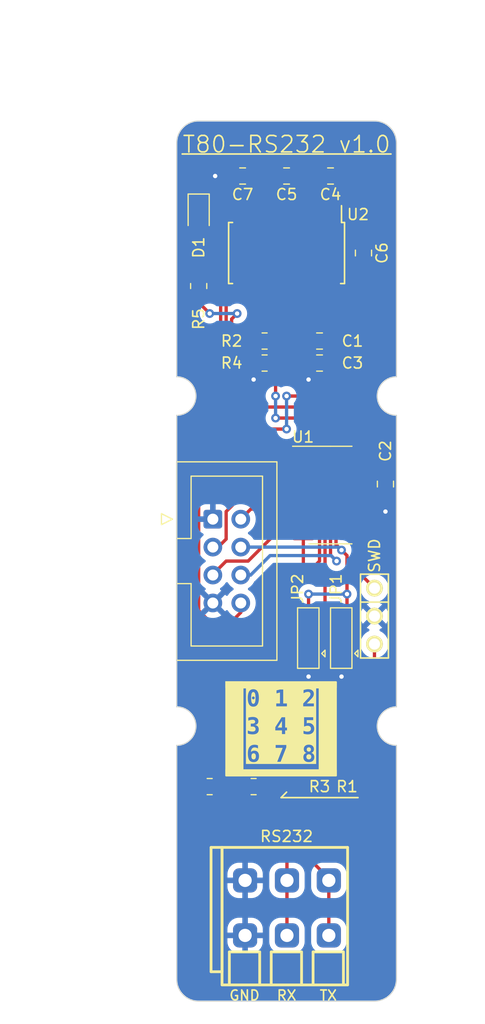
<source format=kicad_pcb>
(kicad_pcb (version 20220914) (generator pcbnew)
  (layers (0 "F.Cu" signal) (31 "B.Cu" signal) (34 "B.Paste" user) (35 "F.Paste" user) (36 "B.SilkS" user "B.Silkscreen") (37 "F.SilkS" user "F.Silkscreen") (38 "B.Mask" user) (39 "F.Mask" user) (44 "Edge.Cuts" user))
  (net 0 "")
  (net 1 "/SCL")
  (net 2 "/SDA")
  (net 3 "/RST")
  (net 4 "/IRQ")
  (net 5 "Net-(D1-A)")
  (net 6 "Net-(U2-T1OUT)")
  (net 7 "+5V")
  (net 8 "+3V3")
  (net 9 "GND")
  (net 10 "Net-(U2-C1+)")
  (net 11 "Net-(U2-C1-)")
  (net 12 "Net-(U2-C2+)")
  (net 13 "Net-(U2-C2-)")
  (net 14 "Net-(U2-VS+)")
  (net 15 "Net-(U2-VS-)")
  (net 16 "/RX_RS232")
  (net 17 "/TX_RS232")
  (net 18 "/RX_3V")
  (net 19 "Net-(U2-R1OUT)")
  (net 20 "Net-(U2-R1IN)")
  (net 21 "/LED")
  (net 22 "/SWCLK")
  (net 23 "/SWDIO")
  (net 24 "/TX_3V")
  (net 29 "/A1")
  (net 30 "/A2")
  (net 31 "/BOOT")
  (footprint "Capacitor_SMD:C_0805_2012Metric_Pad1.18x1.45mm_HandSolder" (layer "F.Cu") (at 137 78.25 90)
    (fp_text reference "C2" (at 3 0 90) (layer "F.SilkS"))
    (fp_text value "100n")
    (fp_line (start -0.261252 -0.735) (end 0.261252 -0.735) (stroke (width 0.12)) (layer "F.SilkS"))
    (fp_line (start -0.261252 0.735) (end 0.261252 0.735) (stroke (width 0.12)) (layer "F.SilkS"))
    (pad "1" smd roundrect (at -1.0375 0 90) (size 1.175 1.45) (layers "F.Cu" "F.Paste" "F.Mask") (roundrect_rratio 0.212766) (net 9 "GND"))
    (pad "2" smd roundrect (at 1.0375 0 90) (size 1.175 1.45) (layers "F.Cu" "F.Paste" "F.Mask") (roundrect_rratio 0.212766) (net 8 "+3V3"))
  )
  (footprint "Capacitor_SMD:C_0805_2012Metric_Pad1.18x1.45mm_HandSolder" (layer "F.Cu") (at 132 50.25 180)
    (fp_text reference "C4" (at 0 -1.68) (layer "F.SilkS"))
    (fp_text value "1u")
    (fp_line (start -0.261252 -0.735) (end 0.261252 -0.735) (stroke (width 0.12)) (layer "F.SilkS"))
    (fp_line (start -0.261252 0.735) (end 0.261252 0.735) (stroke (width 0.12)) (layer "F.SilkS"))
    (pad "1" smd roundrect (at -1.0375 0 180) (size 1.175 1.45) (layers "F.Cu" "F.Paste" "F.Mask") (roundrect_rratio 0.212766) (net 10 "Net-(U2-C1+)"))
    (pad "2" smd roundrect (at 1.0375 0 180) (size 1.175 1.45) (layers "F.Cu" "F.Paste" "F.Mask") (roundrect_rratio 0.212766) (net 11 "Net-(U2-C1-)"))
  )
  (footprint "LED_SMD:LED_0805_2012Metric_Pad1.15x1.40mm_HandSolder" (layer "F.Cu") (at 120 53.75 -90)
    (fp_text reference "D1" (at 3 0 90) (layer "F.SilkS"))
    (fp_text value "LED")
    (fp_line (start -1.86 -0.96) (end -1.86 0.96) (stroke (width 0.12)) (layer "F.SilkS"))
    (fp_line (start -1.86 0.96) (end 1 0.96) (stroke (width 0.12)) (layer "F.SilkS"))
    (fp_line (start 1 -0.96) (end -1.86 -0.96) (stroke (width 0.12)) (layer "F.SilkS"))
    (pad "1" smd roundrect (at -1.025 0 270) (size 1.15 1.4) (layers "F.Cu" "F.Paste" "F.Mask") (roundrect_rratio 0.217391) (net 9 "GND"))
    (pad "2" smd roundrect (at 1.025 0 270) (size 1.15 1.4) (layers "F.Cu" "F.Paste" "F.Mask") (roundrect_rratio 0.217391) (net 5 "Net-(D1-A)"))
  )
  (footprint "Resistor_SMD:R_0805_2012Metric_Pad1.20x1.40mm_HandSolder" (layer "F.Cu") (at 125 105.75 180)
    (fp_text reference "R3" (at -6 0) (layer "F.SilkS"))
    (fp_text value "270R")
    (fp_line (start -0.227064 -0.735) (end 0.227064 -0.735) (stroke (width 0.12)) (layer "F.SilkS"))
    (fp_line (start -0.227064 0.735) (end 0.227064 0.735) (stroke (width 0.12)) (layer "F.SilkS"))
    (pad "1" smd roundrect (at -1 0 180) (size 1.2 1.4) (layers "F.Cu" "F.Paste" "F.Mask") (roundrect_rratio 0.208333) (net 20 "Net-(U2-R1IN)"))
    (pad "2" smd roundrect (at 1 0 180) (size 1.2 1.4) (layers "F.Cu" "F.Paste" "F.Mask") (roundrect_rratio 0.208333) (net 16 "/RX_RS232"))
  )
  (footprint "Connector_IDC:IDC-Header_2x04_P2.54mm_Vertical" (layer "F.Cu") (at 121.29 81.44)
    (fp_text reference "X2" hide)
    (fp_text value "~")
    (fp_line (start -4.68 -0.5) (end -4.68 0.5) (stroke (width 0.12)) (layer "F.SilkS"))
    (fp_line (start -4.68 0.5) (end -3.68 0) (stroke (width 0.12)) (layer "F.SilkS"))
    (fp_line (start -3.68 0) (end -4.68 -0.5) (stroke (width 0.12)) (layer "F.SilkS"))
    (fp_line (start -3.29 -5.21) (end 5.83 -5.21) (stroke (width 0.12)) (layer "F.SilkS"))
    (fp_line (start -3.29 1.76) (end -1.98 1.76) (stroke (width 0.12)) (layer "F.SilkS"))
    (fp_line (start -3.29 12.83) (end -3.29 -5.21) (stroke (width 0.12)) (layer "F.SilkS"))
    (fp_line (start -1.98 -3.91) (end 4.52 -3.91) (stroke (width 0.12)) (layer "F.SilkS"))
    (fp_line (start -1.98 1.76) (end -1.98 -3.91) (stroke (width 0.12)) (layer "F.SilkS"))
    (fp_line (start -1.98 5.86) (end -3.29 5.86) (stroke (width 0.12)) (layer "F.SilkS"))
    (fp_line (start -1.98 5.86) (end -1.98 5.86) (stroke (width 0.12)) (layer "F.SilkS"))
    (fp_line (start -1.98 11.53) (end -1.98 5.86) (stroke (width 0.12)) (layer "F.SilkS"))
    (fp_line (start 4.52 -3.91) (end 4.52 11.53) (stroke (width 0.12)) (layer "F.SilkS"))
    (fp_line (start 4.52 11.53) (end -1.98 11.53) (stroke (width 0.12)) (layer "F.SilkS"))
    (fp_line (start 5.83 -5.21) (end 5.83 12.83) (stroke (width 0.12)) (layer "F.SilkS"))
    (fp_line (start 5.83 12.83) (end -3.29 12.83) (stroke (width 0.12)) (layer "F.SilkS"))
    (pad "1" thru_hole roundrect (at 0 0) (size 1.7 1.7) (drill 1) (layers *.Cu *.Mask) (roundrect_rratio 0.147059) (net 9 "GND"))
    (pad "2" thru_hole circle (at 2.54 0) (size 1.7 1.7) (drill 1) (layers *.Cu *.Mask) (net 1 "/SCL"))
    (pad "3" thru_hole circle (at 0 2.54) (size 1.7 1.7) (drill 1) (layers *.Cu *.Mask) (net 2 "/SDA"))
    (pad "4" thru_hole circle (at 2.54 2.54) (size 1.7 1.7) (drill 1) (layers *.Cu *.Mask) (net 8 "+3V3"))
    (pad "5" thru_hole circle (at 0 5.08) (size 1.7 1.7) (drill 1) (layers *.Cu *.Mask) (net 3 "/RST"))
    (pad "6" thru_hole circle (at 2.54 5.08) (size 1.7 1.7) (drill 1) (layers *.Cu *.Mask) (net 4 "/IRQ"))
    (pad "7" thru_hole circle (at 0 7.62) (size 1.7 1.7) (drill 1) (layers *.Cu *.Mask) (net 9 "GND"))
    (pad "8" thru_hole circle (at 2.54 7.62) (size 1.7 1.7) (drill 1) (layers *.Cu *.Mask) (net 7 "+5V"))
  )
  (footprint "Drake:DG235-3.81-03P" (layer "F.Cu") (at 124.225 114.275)
    (fp_text reference "J2" hide)
    (fp_text value "RS232" (at 3.775 -4) (layer "F.SilkS"))
    (fp_line (start -3.1 -3) (end -3.099999 8.301751) (stroke (width 0.254)) (layer "F.SilkS"))
    (fp_line (start -3.1 -3) (end -2.1 -3) (stroke (width 0.254)) (layer "F.SilkS"))
    (fp_line (start -3.099999 8.301751) (end -2.1 8.301751) (stroke (width 0.254)) (layer "F.SilkS"))
    (fp_line (start -2.1 -3) (end -2.1 8.301751) (stroke (width 0.254)) (layer "F.SilkS"))
    (fp_line (start -2.1 -3) (end -2.1 9.5) (stroke (width 0.254)) (layer "F.SilkS"))
    (fp_line (start -2.1 -3) (end 9.33 -3) (stroke (width 0.254)) (layer "F.SilkS"))
    (fp_line (start -2.1 9.5) (end 9.33 9.499999) (stroke (width 0.254)) (layer "F.SilkS"))
    (fp_line (start -1.432999 9.5) (end -1.432999 6.5) (stroke (width 0.254)) (layer "F.SilkS"))
    (fp_line (start 1.329 6.5) (end -1.432999 6.5) (stroke (width 0.254)) (layer "F.SilkS"))
    (fp_line (start 1.329 9.5) (end 1.329 6.5) (stroke (width 0.254)) (layer "F.SilkS"))
    (fp_line (start 2.377 9.5) (end 2.377 6.5) (stroke (width 0.254)) (layer "F.SilkS"))
    (fp_line (start 5.139 6.5) (end 2.377 6.5) (stroke (width 0.254)) (layer "F.SilkS"))
    (fp_line (start 5.139 9.5) (end 5.139 6.5) (stroke (width 0.254)) (layer "F.SilkS"))
    (fp_line (start 6.187 9.5) (end 6.187 6.5) (stroke (width 0.254)) (layer "F.SilkS"))
    (fp_line (start 8.949 6.5) (end 6.187 6.5) (stroke (width 0.254)) (layer "F.SilkS"))
    (fp_line (start 8.949 9.5) (end 8.949 6.5) (stroke (width 0.254)) (layer "F.SilkS"))
    (fp_line (start 9.33 -3) (end 9.33 9.499999) (stroke (width 0.254)) (layer "F.SilkS"))
    (pad "1" thru_hole roundrect locked (at 0 0) (size 2.2 2.2) (drill 1.2) (layers *.Cu *.Mask) (net 9 "GND"))
    (pad "1" thru_hole roundrect locked (at 0 5) (size 2.2 2.2) (drill 1.2) (layers *.Cu *.Mask) (net 9 "GND"))
    (pad "2" thru_hole roundrect locked (at 3.81 0) (size 2.2 2.2) (drill 1.2) (layers *.Cu *.Mask) (net 16 "/RX_RS232"))
    (pad "2" thru_hole roundrect locked (at 3.81 5) (size 2.2 2.2) (drill 1.2) (layers *.Cu *.Mask) (net 16 "/RX_RS232"))
    (pad "3" thru_hole roundrect locked (at 7.62 0) (size 2.2 2.2) (drill 1.2) (layers *.Cu *.Mask) (net 17 "/TX_RS232"))
    (pad "3" thru_hole roundrect locked (at 7.62 5) (size 2.2 2.2) (drill 1.2) (layers *.Cu *.Mask) (net 17 "/TX_RS232"))
  )
  (footprint "Capacitor_SMD:C_0805_2012Metric_Pad1.18x1.45mm_HandSolder" (layer "F.Cu") (at 124 50.25 180)
    (fp_text reference "C7" (at 0 -1.68) (layer "F.SilkS"))
    (fp_text value "1u")
    (fp_line (start -0.261252 -0.735) (end 0.261252 -0.735) (stroke (width 0.12)) (layer "F.SilkS"))
    (fp_line (start -0.261252 0.735) (end 0.261252 0.735) (stroke (width 0.12)) (layer "F.SilkS"))
    (pad "1" smd roundrect (at -1.0375 0 180) (size 1.175 1.45) (layers "F.Cu" "F.Paste" "F.Mask") (roundrect_rratio 0.212766) (net 15 "Net-(U2-VS-)"))
    (pad "2" smd roundrect (at 1.0375 0 180) (size 1.175 1.45) (layers "F.Cu" "F.Paste" "F.Mask") (roundrect_rratio 0.212766) (net 9 "GND"))
  )
  (footprint "Capacitor_SMD:C_0805_2012Metric_Pad1.18x1.45mm_HandSolder" (layer "F.Cu") (at 128 50.25 180)
    (fp_text reference "C5" (at 0 -1.68) (layer "F.SilkS"))
    (fp_text value "1u")
    (fp_line (start -0.261252 -0.735) (end 0.261252 -0.735) (stroke (width 0.12)) (layer "F.SilkS"))
    (fp_line (start -0.261252 0.735) (end 0.261252 0.735) (stroke (width 0.12)) (layer "F.SilkS"))
    (pad "1" smd roundrect (at -1.0375 0 180) (size 1.175 1.45) (layers "F.Cu" "F.Paste" "F.Mask") (roundrect_rratio 0.212766) (net 12 "Net-(U2-C2+)"))
    (pad "2" smd roundrect (at 1.0375 0 180) (size 1.175 1.45) (layers "F.Cu" "F.Paste" "F.Mask") (roundrect_rratio 0.212766) (net 13 "Net-(U2-C2-)"))
  )
  (footprint "Jumper:SolderJumper-3_P2.0mm_Open_TrianglePad1.0x1.5mm" (layer "F.Cu") (at 133 92.25 90)
    (fp_text reference "JP1" (at 4.5 -0.5 90) (layer "F.SilkS"))
    (fp_text value "A1")
    (fp_line (start -2.75 -1) (end 2.75 -1) (stroke (width 0.12)) (layer "F.SilkS"))
    (fp_line (start -2.75 0.95) (end -2.75 -1) (stroke (width 0.12)) (layer "F.SilkS"))
    (fp_line (start -1.7 1.5) (end -1.1 1.5) (stroke (width 0.12)) (layer "F.SilkS"))
    (fp_line (start -1.4 1.2) (end -1.7 1.5) (stroke (width 0.12)) (layer "F.SilkS"))
    (fp_line (start -1.1 1.5) (end -1.4 1.2) (stroke (width 0.12)) (layer "F.SilkS"))
    (fp_line (start 2.75 -1) (end 2.75 0.95) (stroke (width 0.12)) (layer "F.SilkS"))
    (fp_line (start 2.75 0.95) (end -2.75 0.95) (stroke (width 0.12)) (layer "F.SilkS"))
    (pad "1" smd custom (at -2 0 90) (size 0.3 0.3) (layers "F.Cu" "F.Mask") (net 9 "GND") (options (clearance outline) (anchor rect)) (primitives (gr_poly (pts (xy 1 0) (xy 0.5 0.75) (xy -0.5 0.75) (xy -0.5 -0.75) (xy 0.5 -0.75)) (width 0) (fill yes))))
    (pad "2" smd custom (at 0 0 90) (size 0.3 0.3) (layers "F.Cu") (net 29 "/A1") (options (clearance outline) (anchor rect)) (primitives (gr_poly (pts (xy 0.7 0) (xy 1.2 0.75) (xy -1.2 0.75) (xy -0.7 0) (xy -1.2 -0.75) (xy 1.2 -0.75)) (width 0) (fill yes))))
    (pad "3" smd custom (at 2 0 270) (size 0.3 0.3) (layers "F.Cu" "F.Mask") (net 8 "+3V3") (options (clearance outline) (anchor rect)) (primitives (gr_poly (pts (xy 1 0) (xy 0.5 0.75) (xy -0.5 0.75) (xy -0.5 -0.75) (xy 0.5 -0.75)) (width 0) (fill yes))))
  )
  (footprint "Resistor_SMD:R_0805_2012Metric_Pad1.20x1.40mm_HandSolder" (layer "F.Cu") (at 120 60.25 90)
    (fp_text reference "R5" (at -3 0 90) (layer "F.SilkS"))
    (fp_text value "270R")
    (fp_line (start -0.227064 -0.735) (end 0.227064 -0.735) (stroke (width 0.12)) (layer "F.SilkS"))
    (fp_line (start -0.227064 0.735) (end 0.227064 0.735) (stroke (width 0.12)) (layer "F.SilkS"))
    (pad "1" smd roundrect (at -1 0 90) (size 1.2 1.4) (layers "F.Cu" "F.Paste" "F.Mask") (roundrect_rratio 0.208333) (net 21 "/LED"))
    (pad "2" smd roundrect (at 1 0 90) (size 1.2 1.4) (layers "F.Cu" "F.Paste" "F.Mask") (roundrect_rratio 0.208333) (net 5 "Net-(D1-A)"))
  )
  (footprint "Capacitor_SMD:C_0805_2012Metric_Pad1.18x1.45mm_HandSolder" (layer "F.Cu") (at 131 67.25)
    (fp_text reference "C3" (at 3 0) (layer "F.SilkS"))
    (fp_text value "100n")
    (fp_line (start -0.261252 -0.735) (end 0.261252 -0.735) (stroke (width 0.12)) (layer "F.SilkS"))
    (fp_line (start -0.261252 0.735) (end 0.261252 0.735) (stroke (width 0.12)) (layer "F.SilkS"))
    (pad "1" smd roundrect (at -1.0375 0) (size 1.175 1.45) (layers "F.Cu" "F.Paste" "F.Mask") (roundrect_rratio 0.212766) (net 9 "GND"))
    (pad "2" smd roundrect (at 1.0375 0) (size 1.175 1.45) (layers "F.Cu" "F.Paste" "F.Mask") (roundrect_rratio 0.212766) (net 7 "+5V"))
  )
  (footprint "Resistor_SMD:R_0805_2012Metric_Pad1.20x1.40mm_HandSolder" (layer "F.Cu") (at 121 105.75)
    (fp_text reference "R1" (at 12.5 0) (layer "F.SilkS"))
    (fp_text value "270R")
    (fp_line (start -0.227064 -0.735) (end 0.227064 -0.735) (stroke (width 0.12)) (layer "F.SilkS"))
    (fp_line (start -0.227064 0.735) (end 0.227064 0.735) (stroke (width 0.12)) (layer "F.SilkS"))
    (pad "1" smd roundrect (at -1 0) (size 1.2 1.4) (layers "F.Cu" "F.Paste" "F.Mask") (roundrect_rratio 0.208333) (net 6 "Net-(U2-T1OUT)"))
    (pad "2" smd roundrect (at 1 0) (size 1.2 1.4) (layers "F.Cu" "F.Paste" "F.Mask") (roundrect_rratio 0.208333) (net 17 "/TX_RS232"))
  )
  (footprint "Resistor_SMD:R_0805_2012Metric_Pad1.20x1.40mm_HandSolder" (layer "F.Cu") (at 126 65.25 180)
    (fp_text reference "R2" (at 3 0) (layer "F.SilkS"))
    (fp_text value "270R")
    (fp_line (start -0.227064 -0.735) (end 0.227064 -0.735) (stroke (width 0.12)) (layer "F.SilkS"))
    (fp_line (start -0.227064 0.735) (end 0.227064 0.735) (stroke (width 0.12)) (layer "F.SilkS"))
    (pad "1" smd roundrect (at -1 0 180) (size 1.2 1.4) (layers "F.Cu" "F.Paste" "F.Mask") (roundrect_rratio 0.208333) (net 18 "/RX_3V"))
    (pad "2" smd roundrect (at 1 0 180) (size 1.2 1.4) (layers "F.Cu" "F.Paste" "F.Mask") (roundrect_rratio 0.208333) (net 19 "Net-(U2-R1OUT)"))
  )
  (footprint "Package_SO:SOIC-14_3.9x8.7mm_P1.27mm" (layer "F.Cu") (at 132 79.25)
    (fp_text reference "U1" (at -2.5 -5.28) (layer "F.SilkS"))
    (fp_text value "ATSAMD09C13A-SS")
    (fp_line (start 0 -4.435) (end -3.45 -4.435) (stroke (width 0.12)) (layer "F.SilkS"))
    (fp_line (start 0 -4.435) (end 1.95 -4.435) (stroke (width 0.12)) (layer "F.SilkS"))
    (fp_line (start 0 4.435) (end -1.95 4.435) (stroke (width 0.12)) (layer "F.SilkS"))
    (fp_line (start 0 4.435) (end 1.95 4.435) (stroke (width 0.12)) (layer "F.SilkS"))
    (pad "1" smd roundrect (at -2.475 -3.81) (size 1.95 0.6) (layers "F.Cu" "F.Paste" "F.Mask") (net 18 "/RX_3V"))
    (pad "2" smd roundrect (at -2.475 -2.54) (size 1.95 0.6) (layers "F.Cu" "F.Paste" "F.Mask") (net 29 "/A1"))
    (pad "3" smd roundrect (at -2.475 -1.27) (size 1.95 0.6) (layers "F.Cu" "F.Paste" "F.Mask") (net 30 "/A2"))
    (pad "4" smd roundrect (at -2.475 0) (size 1.95 0.6) (layers "F.Cu" "F.Paste" "F.Mask") (net 2 "/SDA"))
    (pad "5" smd roundrect (at -2.475 1.27) (size 1.95 0.6) (layers "F.Cu" "F.Paste" "F.Mask") (net 1 "/SCL"))
    (pad "6" smd roundrect (at -2.475 2.54) (size 1.95 0.6) (layers "F.Cu" "F.Paste" "F.Mask") (net 3 "/RST"))
    (pad "7" smd roundrect (at -2.475 3.81) (size 1.95 0.6) (layers "F.Cu" "F.Paste" "F.Mask") (net 22 "/SWCLK"))
    (pad "8" smd roundrect (at 2.475 3.81) (size 1.95 0.6) (layers "F.Cu" "F.Paste" "F.Mask") (net 23 "/SWDIO"))
    (pad "9" smd roundrect (at 2.475 2.54) (size 1.95 0.6) (layers "F.Cu" "F.Paste" "F.Mask") (net 21 "/LED"))
    (pad "10" smd roundrect (at 2.475 1.27) (size 1.95 0.6) (layers "F.Cu" "F.Paste" "F.Mask") (net 31 "/BOOT"))
    (pad "11" smd roundrect (at 2.475 0) (size 1.95 0.6) (layers "F.Cu" "F.Paste" "F.Mask") (net 9 "GND"))
    (pad "12" smd roundrect (at 2.475 -1.27) (size 1.95 0.6) (layers "F.Cu" "F.Paste" "F.Mask") (net 8 "+3V3"))
    (pad "13" smd roundrect (at 2.475 -2.54) (size 1.95 0.6) (layers "F.Cu" "F.Paste" "F.Mask") (net 4 "/IRQ"))
    (pad "14" smd roundrect (at 2.475 -3.81) (size 1.95 0.6) (layers "F.Cu" "F.Paste" "F.Mask") (net 24 "/TX_3V"))
  )
  (footprint "Capacitor_SMD:C_0805_2012Metric_Pad1.18x1.45mm_HandSolder" (layer "F.Cu") (at 131 65.25)
    (fp_text reference "C1" (at 3 0) (layer "F.SilkS"))
    (fp_text value "1u")
    (fp_line (start -0.261252 -0.735) (end 0.261252 -0.735) (stroke (width 0.12)) (layer "F.SilkS"))
    (fp_line (start -0.261252 0.735) (end 0.261252 0.735) (stroke (width 0.12)) (layer "F.SilkS"))
    (pad "1" smd roundrect (at -1.0375 0) (size 1.175 1.45) (layers "F.Cu" "F.Paste" "F.Mask") (roundrect_rratio 0.212766) (net 9 "GND"))
    (pad "2" smd roundrect (at 1.0375 0) (size 1.175 1.45) (layers "F.Cu" "F.Paste" "F.Mask") (roundrect_rratio 0.212766) (net 7 "+5V"))
  )
  (footprint "Resistor_SMD:R_0805_2012Metric_Pad1.20x1.40mm_HandSolder" (layer "F.Cu") (at 126 67.25)
    (fp_text reference "R4" (at -3 0) (layer "F.SilkS"))
    (fp_text value "270R")
    (fp_line (start -0.227064 -0.735) (end 0.227064 -0.735) (stroke (width 0.12)) (layer "F.SilkS"))
    (fp_line (start -0.227064 0.735) (end 0.227064 0.735) (stroke (width 0.12)) (layer "F.SilkS"))
    (pad "1" smd roundrect (at -1 0) (size 1.2 1.4) (layers "F.Cu" "F.Paste" "F.Mask") (roundrect_rratio 0.208333) (net 9 "GND"))
    (pad "2" smd roundrect (at 1 0) (size 1.2 1.4) (layers "F.Cu" "F.Paste" "F.Mask") (roundrect_rratio 0.208333) (net 18 "/RX_3V"))
  )
  (footprint "Drake:SWD" (layer "F.Cu") (at 136 90.25 -90)
    (fp_text reference "X1" hide)
    (fp_text value "SWD" (at -5.5 0 90) (layer "F.SilkS"))
    (fp_line (start -3.81 -1.27) (end 3.81 -1.27) (stroke (width 0.15)) (layer "F.SilkS"))
    (fp_line (start -3.81 1.27) (end -3.81 -1.27) (stroke (width 0.15)) (layer "F.SilkS"))
    (fp_line (start -1.27 -1.27) (end -1.27 1.27) (stroke (width 0.15)) (layer "F.SilkS"))
    (fp_line (start 3.81 -1.27) (end 3.81 1.27) (stroke (width 0.15)) (layer "F.SilkS"))
    (fp_line (start 3.81 1.27) (end -3.81 1.27) (stroke (width 0.15)) (layer "F.SilkS"))
    (pad "1" thru_hole circle (at -2.54 0 270) (size 1.524 1.524) (drill 1.016) (layers *.Cu *.Mask "F.SilkS") (net 23 "/SWDIO"))
    (pad "2" thru_hole circle (at 0 0 270) (size 1.524 1.524) (drill 1.016) (layers *.Cu *.Mask "F.SilkS") (net 9 "GND"))
    (pad "3" thru_hole circle (at 2.54 0 270) (size 1.524 1.524) (drill 1.016) (layers *.Cu *.Mask "F.SilkS") (net 22 "/SWCLK"))
  )
  (footprint "Package_SO:SOIC-16W_5.3x10.2mm_P1.27mm" (layer "F.Cu") (at 128 57.25 -90)
    (fp_text reference "U2" (at -3.5 -6.5) (layer "F.SilkS"))
    (fp_text value "MAX232")
    (fp_line (start -2.775 -5.275) (end -2.775 -5) (stroke (width 0.15)) (layer "F.SilkS"))
    (fp_line (start -2.775 -5.275) (end 2.775 -5.275) (stroke (width 0.15)) (layer "F.SilkS"))
    (fp_line (start -2.775 -5) (end -4.3 -5) (stroke (width 0.15)) (layer "F.SilkS"))
    (fp_line (start -2.775 5.275) (end -2.775 4.92) (stroke (width 0.15)) (layer "F.SilkS"))
    (fp_line (start -2.775 5.275) (end 2.775 5.275) (stroke (width 0.15)) (layer "F.SilkS"))
    (fp_line (start 2.775 -5.275) (end 2.775 -4.92) (stroke (width 0.15)) (layer "F.SilkS"))
    (fp_line (start 2.775 5.275) (end 2.775 4.92) (stroke (width 0.15)) (layer "F.SilkS"))
    (pad "1" smd rect (at -3.55 -4.445 270) (size 1.5 0.6) (layers "F.Cu" "F.Paste" "F.Mask") (net 10 "Net-(U2-C1+)"))
    (pad "2" smd rect (at -3.55 -3.175 270) (size 1.5 0.6) (layers "F.Cu" "F.Paste" "F.Mask") (net 14 "Net-(U2-VS+)"))
    (pad "3" smd rect (at -3.55 -1.905 270) (size 1.5 0.6) (layers "F.Cu" "F.Paste" "F.Mask") (net 11 "Net-(U2-C1-)"))
    (pad "4" smd rect (at -3.55 -0.635 270) (size 1.5 0.6) (layers "F.Cu" "F.Paste" "F.Mask") (net 12 "Net-(U2-C2+)"))
    (pad "5" smd rect (at -3.55 0.635 270) (size 1.5 0.6) (layers "F.Cu" "F.Paste" "F.Mask") (net 13 "Net-(U2-C2-)"))
    (pad "6" smd rect (at -3.55 1.905 270) (size 1.5 0.6) (layers "F.Cu" "F.Paste" "F.Mask") (net 15 "Net-(U2-VS-)"))
    (pad "7" smd rect (at -3.55 3.175 270) (size 1.5 0.6) (layers "F.Cu" "F.Paste" "F.Mask"))
    (pad "8" smd rect (at -3.55 4.445 270) (size 1.5 0.6) (layers "F.Cu" "F.Paste" "F.Mask"))
    (pad "9" smd rect (at 3.55 4.445 270) (size 1.5 0.6) (layers "F.Cu" "F.Paste" "F.Mask"))
    (pad "10" smd rect (at 3.55 3.175 270) (size 1.5 0.6) (layers "F.Cu" "F.Paste" "F.Mask"))
    (pad "11" smd rect (at 3.55 1.905 270) (size 1.5 0.6) (layers "F.Cu" "F.Paste" "F.Mask") (net 24 "/TX_3V"))
    (pad "12" smd rect (at 3.55 0.635 270) (size 1.5 0.6) (layers "F.Cu" "F.Paste" "F.Mask") (net 19 "Net-(U2-R1OUT)"))
    (pad "13" smd rect (at 3.55 -0.635 270) (size 1.5 0.6) (layers "F.Cu" "F.Paste" "F.Mask") (net 20 "Net-(U2-R1IN)"))
    (pad "14" smd rect (at 3.55 -1.905 270) (size 1.5 0.6) (layers "F.Cu" "F.Paste" "F.Mask") (net 6 "Net-(U2-T1OUT)"))
    (pad "15" smd rect (at 3.55 -3.175 270) (size 1.5 0.6) (layers "F.Cu" "F.Paste" "F.Mask") (net 9 "GND"))
    (pad "16" smd rect (at 3.55 -4.445 270) (size 1.5 0.6) (layers "F.Cu" "F.Paste" "F.Mask") (net 7 "+5V"))
  )
  (footprint "Capacitor_SMD:C_0805_2012Metric_Pad1.18x1.45mm_HandSolder" (layer "F.Cu") (at 135 57.25 -90)
    (fp_text reference "C6" (at 0 -1.68 90) (layer "F.SilkS"))
    (fp_text value "1u")
    (fp_line (start -0.261252 -0.735) (end 0.261252 -0.735) (stroke (width 0.12)) (layer "F.SilkS"))
    (fp_line (start -0.261252 0.735) (end 0.261252 0.735) (stroke (width 0.12)) (layer "F.SilkS"))
    (pad "1" smd roundrect (at -1.0375 0 270) (size 1.175 1.45) (layers "F.Cu" "F.Paste" "F.Mask") (roundrect_rratio 0.212766) (net 14 "Net-(U2-VS+)"))
    (pad "2" smd roundrect (at 1.0375 0 270) (size 1.175 1.45) (layers "F.Cu" "F.Paste" "F.Mask") (roundrect_rratio 0.212766) (net 9 "GND"))
  )
  (footprint "Jumper:SolderJumper-3_P2.0mm_Open_TrianglePad1.0x1.5mm" (layer "F.Cu") (at 130 92.25 90)
    (fp_text reference "JP2" (at 4.5 -1 90) (layer "F.SilkS"))
    (fp_text value "A1")
    (fp_line (start -2.75 -1) (end 2.75 -1) (stroke (width 0.12)) (layer "F.SilkS"))
    (fp_line (start -2.75 0.95) (end -2.75 -1) (stroke (width 0.12)) (layer "F.SilkS"))
    (fp_line (start -1.7 1.5) (end -1.1 1.5) (stroke (width 0.12)) (layer "F.SilkS"))
    (fp_line (start -1.4 1.2) (end -1.7 1.5) (stroke (width 0.12)) (layer "F.SilkS"))
    (fp_line (start -1.1 1.5) (end -1.4 1.2) (stroke (width 0.12)) (layer "F.SilkS"))
    (fp_line (start 2.75 -1) (end 2.75 0.95) (stroke (width 0.12)) (layer "F.SilkS"))
    (fp_line (start 2.75 0.95) (end -2.75 0.95) (stroke (width 0.12)) (layer "F.SilkS"))
    (pad "1" smd custom (at -2 0 90) (size 0.3 0.3) (layers "F.Cu" "F.Mask") (net 9 "GND") (options (clearance outline) (anchor rect)) (primitives (gr_poly (pts (xy 1 0) (xy 0.5 0.75) (xy -0.5 0.75) (xy -0.5 -0.75) (xy 0.5 -0.75)) (width 0) (fill yes))))
    (pad "2" smd custom (at 0 0 90) (size 0.3 0.3) (layers "F.Cu") (net 30 "/A2") (options (clearance outline) (anchor rect)) (primitives (gr_poly (pts (xy 0.7 0) (xy 1.2 0.75) (xy -1.2 0.75) (xy -0.7 0) (xy -1.2 -0.75) (xy 1.2 -0.75)) (width 0) (fill yes))))
    (pad "3" smd custom (at 2 0 270) (size 0.3 0.3) (layers "F.Cu" "F.Mask") (net 8 "+3V3") (options (clearance outline) (anchor rect)) (primitives (gr_poly (pts (xy 1 0) (xy 0.5 0.75) (xy -0.5 0.75) (xy -0.5 -0.75) (xy 0.5 -0.75)) (width 0) (fill yes))))
  )
  (gr_line (start 137.5 48.25) (end 118.5 48.25) (stroke (width 0.15)) (layer "F.SilkS"))
  (gr_rect (start 131 96.25) (end 132.5 104.75) (stroke (width 0.15)) (fill solid) (layer "F.SilkS"))
  (gr_rect (start 122.5 104.25) (end 132.5 104.75) (stroke (width 0.15)) (fill solid) (layer "F.SilkS"))
  (gr_rect (start 122.5 96.25) (end 132.5 96.75) (stroke (width 0.15)) (fill solid) (layer "F.SilkS"))
  (gr_rect (start 122.5 96.25) (end 124 104.75) (stroke (width 0.15)) (fill solid) (layer "F.SilkS"))
  (gr_line (start 127.5 106.75) (end 128 106.25) (stroke (width 0.15)) (layer "F.SilkS"))
  (gr_line (start 134.5 106.75) (end 127.5 106.75) (stroke (width 0.15)) (layer "F.SilkS"))
  (gr_line (start 118 102) (end 118 123.25) (stroke (width 0.1)) (layer "Edge.Cuts"))
  (gr_arc (start 118 47.25) (mid 118.585786 45.835786) (end 120 45.25) (stroke (width 0.1)) (layer "Edge.Cuts"))
  (gr_arc (start 138 102) (mid 136.25 100.25) (end 138 98.5) (stroke (width 0.1)) (layer "Edge.Cuts"))
  (gr_arc (start 136 45.25) (mid 137.414214 45.835786) (end 138 47.25) (stroke (width 0.1)) (layer "Edge.Cuts"))
  (gr_arc (start 138 72) (mid 136.25 70.25) (end 138 68.5) (stroke (width 0.1)) (layer "Edge.Cuts"))
  (gr_line (start 118 47.25) (end 118 68.5) (stroke (width 0.1)) (layer "Edge.Cuts"))
  (gr_arc (start 138 123.25) (mid 137.414214 124.664214) (end 136 125.25) (stroke (width 0.1)) (layer "Edge.Cuts"))
  (gr_line (start 138 72) (end 138 98.5) (stroke (width 0.1)) (layer "Edge.Cuts"))
  (gr_line (start 120 125.25) (end 136 125.25) (stroke (width 0.1)) (layer "Edge.Cuts"))
  (gr_line (start 120 45.25) (end 136 45.25) (stroke (width 0.1)) (layer "Edge.Cuts"))
  (gr_line (start 118 72) (end 118 98.5) (stroke (width 0.1)) (layer "Edge.Cuts"))
  (gr_line (start 138 102) (end 138 123.25) (stroke (width 0.1)) (layer "Edge.Cuts"))
  (gr_line (start 138 47.25) (end 138 68.5) (stroke (width 0.1)) (layer "Edge.Cuts"))
  (gr_arc (start 120 125.25) (mid 118.585786 124.664214) (end 118 123.25) (stroke (width 0.1)) (layer "Edge.Cuts"))
  (gr_arc (start 118 68.5) (mid 119.75 70.25) (end 118 72) (stroke (width 0.1)) (layer "Edge.Cuts"))
  (gr_arc (start 118 98.5) (mid 119.75 100.25) (end 118 102) (stroke (width 0.1)) (layer "Edge.Cuts"))
  (gr_text "0 1 2\n3 4 5\n6 7 8" (at 127.5 103.75) (layer "F.SilkS" knockout) (effects (font (size 1.5 1.5) (thickness 0.2) bold) (justify bottom)))
  (gr_text "TX" (at 131.793 125.25) (layer "F.SilkS") (effects (font (size 0.9 0.9)) (justify bottom)))
  (gr_text "GND" (at 124.173 125.25) (layer "F.SilkS") (effects (font (size 0.9 0.9)) (justify bottom)))
  (gr_text "RX" (at 128 125.25) (layer "F.SilkS") (effects (font (size 0.9 0.9)) (justify bottom)))
  (gr_text "T80-RS232 v1.0" (at 128 48.25) (layer "F.SilkS") (effects (font (size 1.5 1.5)) (justify bottom)))
  (segment (start 129.525 80.52) (end 124.75 80.52) (width 0.3) (layer "F.Cu") (net 1))
  (segment (start 124.75 80.52) (end 123.83 81.44) (width 0.3) (layer "F.Cu") (net 1))
  (segment (start 129.525 79.25) (end 124 79.25) (width 0.3) (layer "F.Cu") (net 2))
  (segment (start 122.5 80.75) (end 122.5 83.25) (width 0.3) (layer "F.Cu") (net 2))
  (segment (start 122.5 83.25) (end 121.77 83.98) (width 0.3) (layer "F.Cu") (net 2))
  (segment (start 121.77 83.98) (end 121.29 83.98) (width 0.3) (layer "F.Cu") (net 2))
  (segment (start 124 79.25) (end 122.5 80.75) (width 0.3) (layer "F.Cu") (net 2))
  (segment (start 127.96 81.79) (end 124.5 85.25) (width 0.3) (layer "F.Cu") (net 3))
  (segment (start 122.5 85.25) (end 121.29 86.46) (width 0.3) (layer "F.Cu") (net 3))
  (segment (start 124.5 85.25) (end 122.5 85.25) (width 0.3) (layer "F.Cu") (net 3))
  (segment (start 129.525 81.79) (end 127.96 81.79) (width 0.3) (layer "F.Cu") (net 3))
  (segment (start 121.29 86.46) (end 121.29 86.52) (width 0.3) (layer "F.Cu") (net 3))
  (segment (start 132 84.7) (end 132.55 85.25) (width 0.3) (layer "F.Cu") (net 4))
  (segment (start 132 77.75) (end 132 84.7) (width 0.3) (layer "F.Cu") (net 4))
  (segment (start 133.04 76.71) (end 132 77.75) (width 0.3) (layer "F.Cu") (net 4))
  (segment (start 134.475 76.71) (end 133.04 76.71) (width 0.3) (layer "F.Cu") (net 4))
  (via (at 132.55 85.25) (size 0.8) (drill 0.4) (layers "F.Cu" "B.Cu") (net 4))
  (segment (start 124.73 86.52) (end 126.5 84.75) (width 0.3) (layer "B.Cu") (net 4))
  (segment (start 123.83 86.52) (end 124.23 86.52) (width 0.3) (layer "B.Cu") (net 4))
  (segment (start 126.5 84.75) (end 132 84.75) (width 0.3) (layer "B.Cu") (net 4))
  (segment (start 124.23 86.52) (end 124.73 86.52) (width 0.3) (layer "B.Cu") (net 4))
  (segment (start 132 84.75) (end 132.05 84.75) (width 0.3) (layer "B.Cu") (net 4))
  (segment (start 132.05 84.75) (end 132.55 85.25) (width 0.3) (layer "B.Cu") (net 4))
  (segment (start 120 54.775) (end 120 59.25) (width 0.3) (layer "F.Cu") (net 5))
  (segment (start 129.905 59.655) (end 128 57.75) (width 0.3) (layer "F.Cu") (net 6))
  (segment (start 123 57.75) (end 122 58.75) (width 0.3) (layer "F.Cu") (net 6))
  (segment (start 122 94.25) (end 122 103.75) (width 0.3) (layer "F.Cu") (net 6))
  (segment (start 128 57.75) (end 123 57.75) (width 0.3) (layer "F.Cu") (net 6))
  (segment (start 129.905 60.7125) (end 129.905 59.655) (width 0.3) (layer "F.Cu") (net 6))
  (segment (start 118.5 78.75) (end 118.5 90.75) (width 0.3) (layer "F.Cu") (net 6))
  (segment (start 122 58.75) (end 122 75.25) (width 0.3) (layer "F.Cu") (net 6))
  (segment (start 122 75.25) (end 118.5 78.75) (width 0.3) (layer "F.Cu") (net 6))
  (segment (start 118.5 90.75) (end 122 94.25) (width 0.3) (layer "F.Cu") (net 6))
  (segment (start 122 103.75) (end 120 105.75) (width 0.3) (layer "F.Cu") (net 6))
  (segment (start 123 90.75) (end 123.83 89.92) (width 0.3) (layer "F.Cu") (net 7))
  (segment (start 120 79.75) (end 120 89.75) (width 0.3) (layer "F.Cu") (net 7))
  (segment (start 132.445 64.8425) (end 132.0375 65.25) (width 0.3) (layer "F.Cu") (net 7))
  (segment (start 132.445 60.7125) (end 132.445 63.8425) (width 0.3) (layer "F.Cu") (net 7))
  (segment (start 132.0375 67.25) (end 132.0375 68.7125) (width 0.3) (layer "F.Cu") (net 7))
  (segment (start 130.5 70.25) (end 128 70.25) (width 0.3) (layer "F.Cu") (net 7))
  (segment (start 132.0375 68.7125) (end 130.5 70.25) (width 0.3) (layer "F.Cu") (net 7))
  (segment (start 123.83 89.92) (end 123.83 89.06) (width 0.3) (layer "F.Cu") (net 7))
  (segment (start 126.5 73.25) (end 120 79.75) (width 0.3) (layer "F.Cu") (net 7))
  (segment (start 132.445 63.8425) (end 132.445 64.8425) (width 0.3) (layer "F.Cu") (net 7))
  (segment (start 132.0375 65.25) (end 132.0375 67.25) (width 0.3) (layer "F.Cu") (net 7))
  (segment (start 120 89.75) (end 121 90.75) (width 0.3) (layer "F.Cu") (net 7))
  (segment (start 121 90.75) (end 123 90.75) (width 0.3) (layer "F.Cu") (net 7))
  (segment (start 128 73.25) (end 126.5 73.25) (width 0.3) (layer "F.Cu") (net 7))
  (via (at 128 70.25) (size 0.8) (drill 0.4) (layers "F.Cu" "B.Cu") (net 7))
  (via (at 128 73.25) (size 0.8) (drill 0.4) (layers "F.Cu" "B.Cu") (net 7))
  (segment (start 128 70.25) (end 128 73.25) (width 0.3) (layer "B.Cu") (net 7))
  (segment (start 133.5 84.75) (end 133.5 89.75) (width 0.3) (layer "F.Cu") (net 8))
  (segment (start 134.475 77.98) (end 136.2325 77.98) (width 0.3) (layer "F.Cu") (net 8))
  (segment (start 130 90.25) (end 130 88.25) (width 0.3) (layer "F.Cu") (net 8))
  (segment (start 133.5 89.75) (end 133 90.25) (width 0.3) (layer "F.Cu") (net 8))
  (segment (start 132.5 83.75) (end 132.5 78.75) (width 0.3) (layer "F.Cu") (net 8))
  (segment (start 133.27 77.98) (end 134.475 77.98) (width 0.3) (layer "F.Cu") (net 8))
  (segment (start 132.5 78.75) (end 133.27 77.98) (width 0.3) (layer "F.Cu") (net 8))
  (segment (start 136.2325 77.98) (end 137 77.2125) (width 0.3) (layer "F.Cu") (net 8))
  (segment (start 133 84.25) (end 133.5 84.75) (width 0.3) (layer "F.Cu") (net 8))
  (segment (start 133 84.25) (end 132.5 83.75) (width 0.3) (layer "F.Cu") (net 8))
  (via (at 133 84.25) (size 0.8) (drill 0.4) (layers "F.Cu" "B.Cu") (net 8))
  (via (at 130 88.25) (size 0.8) (drill 0.4) (layers "F.Cu" "B.Cu") (net 8))
  (via (at 133.5 88.25) (size 0.8) (drill 0.4) (layers "F.Cu" "B.Cu") (net 8))
  (segment (start 132.73 83.98) (end 123.83 83.98) (width 0.3) (layer "B.Cu") (net 8))
  (segment (start 133 84.25) (end 132.73 83.98) (width 0.3) (layer "B.Cu") (net 8))
  (segment (start 130 88.25) (end 133.5 88.25) (width 0.3) (layer "B.Cu") (net 8))
  (segment (start 122.9625 50.25) (end 121.5 50.25) (width 0.3) (layer "F.Cu") (net 9))
  (segment (start 130 94.25) (end 130 95.75) (width 0.3) (layer "F.Cu") (net 9))
  (segment (start 125 67.25) (end 125 68.75) (width 0.3) (layer "F.Cu") (net 9))
  (segment (start 137 79.2875) (end 137 80.75) (width 0.3) (layer "F.Cu") (net 9))
  (segment (start 129.9625 67.25) (end 129.9625 68.7125) (width 0.3) (layer "F.Cu") (net 9))
  (segment (start 133 94.25) (end 133 95.75) (width 0.3) (layer "F.Cu") (net 9))
  (segment (start 131.175 64.0375) (end 131.175 60.7125) (width 0.3) (layer "F.Cu") (net 9))
  (segment (start 120 51.25) (end 120 52.725) (width 0.3) (layer "F.Cu") (net 9))
  (segment (start 131.175 60.7125) (end 131.175 59.075) (width 0.3) (layer "F.Cu") (net 9))
  (segment (start 131.9625 58.2875) (end 135 58.2875) (width 0.3) (layer "F.Cu") (net 9))
  (segment (start 129.9625 68.7125) (end 130 68.75) (width 0.3) (layer "F.Cu") (net 9))
  (segment (start 129.9625 65.25) (end 129.9625 67.25) (width 0.3) (layer "F.Cu") (net 9))
  (segment (start 131.175 59.075) (end 131.9625 58.2875) (width 0.3) (layer "F.Cu") (net 9))
  (segment (start 121 50.25) (end 120 51.25) (width 0.3) (layer "F.Cu") (net 9))
  (segment (start 134.475 79.25) (end 136.9625 79.25) (width 0.3) (layer "F.Cu") (net 9))
  (segment (start 121.5 50.25) (end 121 50.25) (width 0.3) (layer "F.Cu") (net 9))
  (segment (start 129.9625 65.25) (end 131.175 64.0375) (width 0.3) (layer "F.Cu") (net 9))
  (segment (start 136.9625 79.25) (end 137 79.2875) (width 0.3) (layer "F.Cu") (net 9))
  (via (at 130 68.75) (size 0.8) (drill 0.4) (layers "F.Cu" "B.Cu") (net 9))
  (via (at 125 68.75) (size 0.8) (drill 0.4) (layers "F.Cu" "B.Cu") (net 9))
  (via (at 137 80.75) (size 0.8) (drill 0.4) (layers "F.Cu" "B.Cu") (net 9))
  (via (at 133 95.75) (size 0.8) (drill 0.4) (layers "F.Cu" "B.Cu") (net 9))
  (via (at 121.5 50.25) (size 0.8) (drill 0.4) (layers "F.Cu" "B.Cu") (net 9))
  (via (at 130 95.75) (size 0.8) (drill 0.4) (layers "F.Cu" "B.Cu") (net 9))
  (segment (start 133.0375 53.195) (end 133.0375 50.25) (width 0.3) (layer "F.Cu") (net 10))
  (segment (start 132.445 53.7875) (end 133.0375 53.195) (width 0.3) (layer "F.Cu") (net 10))
  (segment (start 129.905 53.7875) (end 129.905 52.345) (width 0.3) (layer "F.Cu") (net 11))
  (segment (start 130.9625 51.2875) (end 130.9625 50.25) (width 0.3) (layer "F.Cu") (net 11))
  (segment (start 129.905 52.345) (end 130.9625 51.2875) (width 0.3) (layer "F.Cu") (net 11))
  (segment (start 128.635 50.6525) (end 129.0375 50.25) (width 0.3) (layer "F.Cu") (net 12))
  (segment (start 128.635 53.7875) (end 128.635 50.6525) (width 0.3) (layer "F.Cu") (net 12))
  (segment (start 127.365 53.7875) (end 127.365 50.6525) (width 0.3) (layer "F.Cu") (net 13))
  (segment (start 127.365 50.6525) (end 126.9625 50.25) (width 0.3) (layer "F.Cu") (net 13))
  (segment (start 131.175 53.7875) (end 131.175 55.425) (width 0.3) (layer "F.Cu") (net 14))
  (segment (start 131.9625 56.2125) (end 135 56.2125) (width 0.3) (layer "F.Cu") (net 14))
  (segment (start 131.175 55.425) (end 131.9625 56.2125) (width 0.3) (layer "F.Cu") (net 14))
  (segment (start 125 50.2875) (end 125.0375 50.25) (width 0.3) (layer "F.Cu") (net 15))
  (segment (start 125 51.25) (end 125 50.2875) (width 0.3) (layer "F.Cu") (net 15))
  (segment (start 126.095 52.345) (end 125 51.25) (width 0.3) (layer "F.Cu") (net 15))
  (segment (start 126.095 53.7875) (end 126.095 52.345) (width 0.3) (layer "F.Cu") (net 15))
  (segment (start 128.035 111.285) (end 128.035 114.275) (width 0.3) (layer "F.Cu") (net 16))
  (segment (start 124 105.75) (end 124 107.25) (width 0.3) (layer "F.Cu") (net 16))
  (segment (start 124 107.25) (end 128.035 111.285) (width 0.3) (layer "F.Cu") (net 16))
  (segment (start 128.035 114.275) (end 128.035 119.275) (width 0.3) (layer "F.Cu") (net 16))
  (segment (start 131.845 114.095) (end 131.845 114.275) (width 0.3) (layer "F.Cu") (net 17))
  (segment (start 122 104.75) (end 122.5 104.25) (width 0.3) (layer "F.Cu") (net 17))
  (segment (start 122.5 104.25) (end 124.5 104.25) (width 0.3) (layer "F.Cu") (net 17))
  (segment (start 125 104.75) (end 125 107.25) (width 0.3) (layer "F.Cu") (net 17))
  (segment (start 131.845 114.275) (end 131.845 119.275) (width 0.3) (layer "F.Cu") (net 17))
  (segment (start 122 105.75) (end 122 104.75) (width 0.3) (layer "F.Cu") (net 17))
  (segment (start 124.5 104.25) (end 125 104.75) (width 0.3) (layer "F.Cu") (net 17))
  (segment (start 125 107.25) (end 131.845 114.095) (width 0.3) (layer "F.Cu") (net 17))
  (segment (start 129 72.25) (end 127 72.25) (width 0.3) (layer "F.Cu") (net 18))
  (segment (start 129.525 75.44) (end 129.525 72.775) (width 0.3) (layer "F.Cu") (net 18))
  (segment (start 127 67.25) (end 127 70.25) (width 0.3) (layer "F.Cu") (net 18))
  (segment (start 129.525 72.775) (end 129 72.25) (width 0.3) (layer "F.Cu") (net 18))
  (segment (start 127 67.25) (end 127 65.25) (width 0.3) (layer "F.Cu") (net 18))
  (via (at 127 72.25) (size 0.8) (drill 0.4) (layers "F.Cu" "B.Cu") (net 18))
  (via (at 127 70.25) (size 0.8) (drill 0.4) (layers "F.Cu" "B.Cu") (net 18))
  (segment (start 127 72.25) (end 127 70.25) (width 0.3) (layer "B.Cu") (net 18))
  (segment (start 127 63.75) (end 125.5 63.75) (width 0.3) (layer "F.Cu") (net 19))
  (segment (start 127.365 60.7125) (end 127.365 63.385) (width 0.3) (layer "F.Cu") (net 19))
  (segment (start 125.5 63.75) (end 125 64.25) (width 0.3) (layer "F.Cu") (net 19))
  (segment (start 127.365 63.385) (end 127 63.75) (width 0.3) (layer "F.Cu") (net 19))
  (segment (start 125 64.25) (end 125 65.25) (width 0.3) (layer "F.Cu") (net 19))
  (segment (start 119 90.25) (end 122.5 93.75) (width 0.3) (layer "F.Cu") (net 20))
  (segment (start 119 79.25) (end 119 90.25) (width 0.3) (layer "F.Cu") (net 20))
  (segment (start 128.635 59.385) (end 128 58.75) (width 0.3) (layer "F.Cu") (net 20))
  (segment (start 128.635 60.7125) (end 128.635 59.385) (width 0.3) (layer "F.Cu") (net 20))
  (segment (start 122.5 101.25) (end 126 104.75) (width 0.3) (layer "F.Cu") (net 20))
  (segment (start 122.5 59.25) (end 122.5 75.75) (width 0.3) (layer "F.Cu") (net 20))
  (segment (start 122.5 93.75) (end 122.5 101.25) (width 0.3) (layer "F.Cu") (net 20))
  (segment (start 126 104.75) (end 126 105.75) (width 0.3) (layer "F.Cu") (net 20))
  (segment (start 123 58.75) (end 122.5 59.25) (width 0.3) (layer "F.Cu") (net 20))
  (segment (start 122.5 75.75) (end 119 79.25) (width 0.3) (layer "F.Cu") (net 20))
  (segment (start 128 58.75) (end 123 58.75) (width 0.3) (layer "F.Cu") (net 20))
  (segment (start 136.04 81.79) (end 137.5 83.25) (width 0.3) (layer "F.Cu") (net 21))
  (segment (start 125 97.75) (end 123 95.75) (width 0.3) (layer "F.Cu") (net 21))
  (segment (start 119.5 89.957106) (end 119.5 79.542894) (width 0.3) (layer "F.Cu") (net 21))
  (segment (start 119.5 79.542894) (end 123 76.042894) (width 0.3) (layer "F.Cu") (net 21))
  (segment (start 123 95.75) (end 123 93.457106) (width 0.3) (layer "F.Cu") (net 21))
  (segment (start 134.475 81.79) (end 136.04 81.79) (width 0.3) (layer "F.Cu") (net 21))
  (segment (start 123 63.25) (end 123.5 62.75) (width 0.3) (layer "F.Cu") (net 21))
  (segment (start 123 93.457106) (end 119.5 89.957106) (width 0.3) (layer "F.Cu") (net 21))
  (segment (start 137.5 93.75) (end 133.5 97.75) (width 0.3) (layer "F.Cu") (net 21))
  (segment (start 120 61.75) (end 121 62.75) (width 0.3) (layer "F.Cu") (net 21))
  (segment (start 133.5 97.75) (end 125 97.75) (width 0.3) (layer "F.Cu") (net 21))
  (segment (start 123 76.042894) (end 123 63.25) (width 0.3) (layer "F.Cu") (net 21))
  (segment (start 120 61.25) (end 120 61.75) (width 0.3) (layer "F.Cu") (net 21))
  (segment (start 137.5 83.25) (end 137.5 93.75) (width 0.3) (layer "F.Cu") (net 21))
  (via (at 121 62.75) (size 0.8) (drill 0.4) (layers "F.Cu" "B.Cu") (net 21))
  (via (at 123.5 62.75) (size 0.8) (drill 0.4) (layers "F.Cu" "B.Cu") (net 21))
  (segment (start 121 62.75) (end 123.5 62.75) (width 0.3) (layer "B.Cu") (net 21))
  (segment (start 129 96.75) (end 133.5 96.75) (width 0.3) (layer "F.Cu") (net 22))
  (segment (start 129.525 85.725) (end 127.5 87.75) (width 0.3) (layer "F.Cu") (net 22))
  (segment (start 136 94.25) (end 136 92.79) (width 0.3) (layer "F.Cu") (net 22))
  (segment (start 129.525 83.06) (end 129.525 85.725) (width 0.3) (layer "F.Cu") (net 22))
  (segment (start 127.5 87.75) (end 127.5 95.25) (width 0.3) (layer "F.Cu") (net 22))
  (segment (start 133.5 96.75) (end 136 94.25) (width 0.3) (layer "F.Cu") (net 22))
  (segment (start 127.5 95.25) (end 129 96.75) (width 0.3) (layer "F.Cu") (net 22))
  (segment (start 134.475 83.06) (end 134.475 86.185) (width 0.3) (layer "F.Cu") (net 23))
  (segment (start 134.475 86.185) (end 136 87.71) (width 0.3) (layer "F.Cu") (net 23))
  (segment (start 132.5 71.25) (end 134.475 73.225) (width 0.3) (layer "F.Cu") (net 24))
  (segment (start 126.095 61.655) (end 124 63.75) (width 0.3) (layer "F.Cu") (net 24))
  (segment (start 134.475 73.225) (end 134.475 75.44) (width 0.3) (layer "F.Cu") (net 24))
  (segment (start 126 71.25) (end 132.5 71.25) (width 0.3) (layer "F.Cu") (net 24))
  (segment (start 124 69.25) (end 126 71.25) (width 0.3) (layer "F.Cu") (net 24))
  (segment (start 124 63.75) (end 124 69.25) (width 0.3) (layer "F.Cu") (net 24))
  (segment (start 126.095 60.7125) (end 126.095 61.655) (width 0.3) (layer "F.Cu") (net 24))
  (segment (start 130.46 76.71) (end 129.525 76.71) (width 0.3) (layer "F.Cu") (net 29))
  (segment (start 131.5 90.75) (end 131.5 77.75) (width 0.3) (layer "F.Cu") (net 29))
  (segment (start 133 92.25) (end 131.5 90.75) (width 0.3) (layer "F.Cu") (net 29))
  (segment (start 131.5 77.75) (end 130.46 76.71) (width 0.3) (layer "F.Cu") (net 29))
  (segment (start 130.23 77.98) (end 129.525 77.98) (width 0.3) (layer "F.Cu") (net 30))
  (segment (start 130 92.25) (end 129.5 92.25) (width 0.3) (layer "F.Cu") (net 30))
  (segment (start 131 85.25) (end 131 78.75) (width 0.3) (layer "F.Cu") (net 30))
  (segment (start 128.5 91.25) (end 128.5 87.75) (width 0.3) (layer "F.Cu") (net 30))
  (segment (start 131 78.75) (end 130.23 77.98) (width 0.3) (layer "F.Cu") (net 30))
  (segment (start 128.5 87.75) (end 131 85.25) (width 0.3) (layer "F.Cu") (net 30))
  (segment (start 129.5 92.25) (end 128.5 91.25) (width 0.3) (layer "F.Cu") (net 30))
  (zone (net 9) (net_name "GND") (layer "B.Cu") (connect_pads (clearance 0.508)) (min_thickness 0.254) (fill yes (thermal_gap 0.508) (thermal_bridge_width 0.508) (island_removal_mode 2) (island_area_min 10))
    (polygon (pts (xy 138 125.25) (xy 118 125.25) (xy 118 45.25) (xy 138 45.25)))
  )
)
</source>
